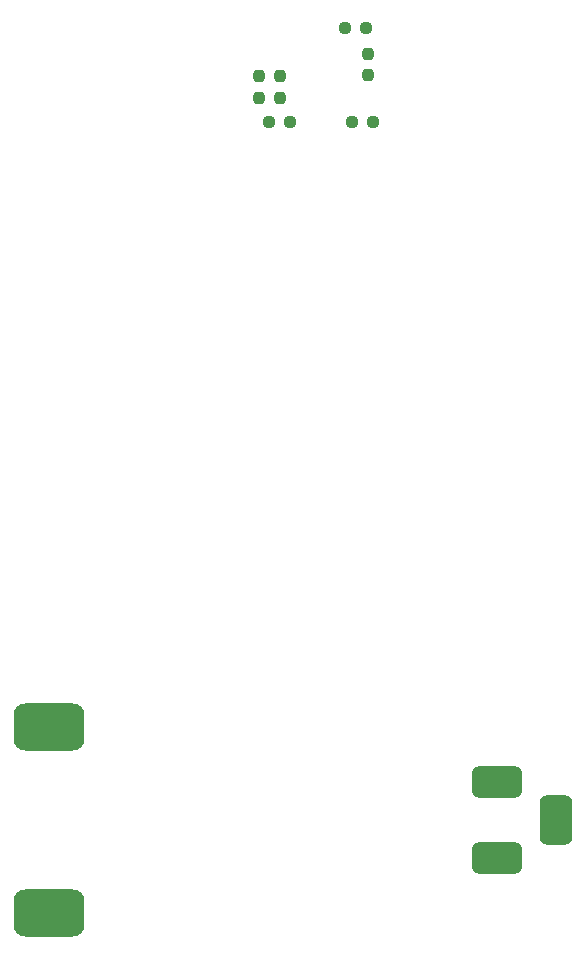
<source format=gbp>
G04 #@! TF.GenerationSoftware,KiCad,Pcbnew,8.0.0*
G04 #@! TF.CreationDate,2024-03-12T14:16:29+01:00*
G04 #@! TF.ProjectId,Samochodzik,53616d6f-6368-46f6-947a-696b2e6b6963,rev?*
G04 #@! TF.SameCoordinates,Original*
G04 #@! TF.FileFunction,Paste,Bot*
G04 #@! TF.FilePolarity,Positive*
%FSLAX46Y46*%
G04 Gerber Fmt 4.6, Leading zero omitted, Abs format (unit mm)*
G04 Created by KiCad (PCBNEW 8.0.0) date 2024-03-12 14:16:29*
%MOMM*%
%LPD*%
G01*
G04 APERTURE LIST*
G04 Aperture macros list*
%AMRoundRect*
0 Rectangle with rounded corners*
0 $1 Rounding radius*
0 $2 $3 $4 $5 $6 $7 $8 $9 X,Y pos of 4 corners*
0 Add a 4 corners polygon primitive as box body*
4,1,4,$2,$3,$4,$5,$6,$7,$8,$9,$2,$3,0*
0 Add four circle primitives for the rounded corners*
1,1,$1+$1,$2,$3*
1,1,$1+$1,$4,$5*
1,1,$1+$1,$6,$7*
1,1,$1+$1,$8,$9*
0 Add four rect primitives between the rounded corners*
20,1,$1+$1,$2,$3,$4,$5,0*
20,1,$1+$1,$4,$5,$6,$7,0*
20,1,$1+$1,$6,$7,$8,$9,0*
20,1,$1+$1,$8,$9,$2,$3,0*%
G04 Aperture macros list end*
%ADD10RoundRect,0.237500X-0.237500X0.250000X-0.237500X-0.250000X0.237500X-0.250000X0.237500X0.250000X0*%
%ADD11RoundRect,0.237500X-0.250000X-0.237500X0.250000X-0.237500X0.250000X0.237500X-0.250000X0.237500X0*%
%ADD12RoundRect,0.687500X1.437500X0.687500X-1.437500X0.687500X-1.437500X-0.687500X1.437500X-0.687500X0*%
%ADD13RoundRect,0.687500X-0.687500X1.437500X-0.687500X-1.437500X0.687500X-1.437500X0.687500X1.437500X0*%
%ADD14RoundRect,1.000000X2.000000X1.000000X-2.000000X1.000000X-2.000000X-1.000000X2.000000X-1.000000X0*%
%ADD15RoundRect,0.237500X0.250000X0.237500X-0.250000X0.237500X-0.250000X-0.237500X0.250000X-0.237500X0*%
G04 APERTURE END LIST*
D10*
G04 #@! TO.C,R6*
X213724336Y-56999716D03*
X213724336Y-58824716D03*
G04 #@! TD*
G04 #@! TO.C,R4*
X223000000Y-55087500D03*
X223000000Y-56912500D03*
G04 #@! TD*
D11*
G04 #@! TO.C,R7*
X214587500Y-60912500D03*
X216412500Y-60912500D03*
G04 #@! TD*
D12*
G04 #@! TO.C,U3*
X233900000Y-123200000D03*
X233900000Y-116800000D03*
D13*
X238900000Y-120000000D03*
D14*
X196000000Y-127900000D03*
X196000000Y-112100000D03*
G04 #@! TD*
D10*
G04 #@! TO.C,R8*
X215500000Y-57000000D03*
X215500000Y-58825000D03*
G04 #@! TD*
D15*
G04 #@! TO.C,R5*
X222825000Y-52912500D03*
X221000000Y-52912500D03*
G04 #@! TD*
G04 #@! TO.C,R9*
X223412500Y-60912500D03*
X221587500Y-60912500D03*
G04 #@! TD*
M02*

</source>
